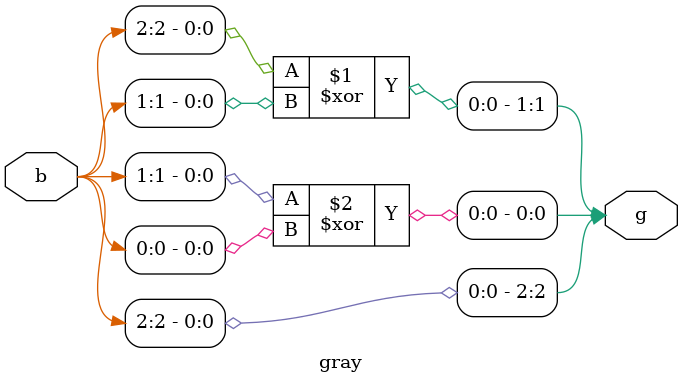
<source format=sv>
module gray (
    input  logic [2:0] b,
    output logic [2:0] g   
);
    assign g[2] = b[2];
    assign g[1] = b[2] ^b[1];
    assign g[0] = b[1] ^ b[0];

endmodule

</source>
